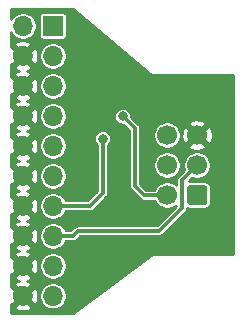
<source format=gbr>
%TF.GenerationSoftware,KiCad,Pcbnew,(5.1.10)-1*%
%TF.CreationDate,2023-09-26T12:08:48+02:00*%
%TF.ProjectId,arm_20-6pin_K24DI1MA,61726d5f-3230-42d3-9670-696e5f4b3234,rev?*%
%TF.SameCoordinates,Original*%
%TF.FileFunction,Copper,L1,Top*%
%TF.FilePolarity,Positive*%
%FSLAX46Y46*%
G04 Gerber Fmt 4.6, Leading zero omitted, Abs format (unit mm)*
G04 Created by KiCad (PCBNEW (5.1.10)-1) date 2023-09-26 12:08:48*
%MOMM*%
%LPD*%
G01*
G04 APERTURE LIST*
%TA.AperFunction,ComponentPad*%
%ADD10O,1.700000X1.700000*%
%TD*%
%TA.AperFunction,ComponentPad*%
%ADD11R,1.700000X1.700000*%
%TD*%
%TA.AperFunction,ComponentPad*%
%ADD12C,1.700000*%
%TD*%
%TA.AperFunction,ViaPad*%
%ADD13C,0.800000*%
%TD*%
%TA.AperFunction,Conductor*%
%ADD14C,0.300000*%
%TD*%
%TA.AperFunction,Conductor*%
%ADD15C,0.500000*%
%TD*%
%TA.AperFunction,Conductor*%
%ADD16C,0.250000*%
%TD*%
%TA.AperFunction,Conductor*%
%ADD17C,0.100000*%
%TD*%
G04 APERTURE END LIST*
%TO.P,J2,20*%
%TO.N,GND*%
%TA.AperFunction,ComponentPad*%
G36*
G01*
X141043959Y-84611041D02*
X141043959Y-84611041D01*
G75*
G02*
X141043959Y-83408959I601041J601041D01*
G01*
X141043959Y-83408959D01*
G75*
G02*
X142246041Y-83408959I601041J-601041D01*
G01*
X142246041Y-83408959D01*
G75*
G02*
X142246041Y-84611041I-601041J-601041D01*
G01*
X142246041Y-84611041D01*
G75*
G02*
X141043959Y-84611041I-601041J601041D01*
G01*
G37*
%TD.AperFunction*%
D10*
%TO.P,J2,19*%
%TO.N,Net-(J2-Pad19)*%
X144185000Y-84010000D03*
%TO.P,J2,18*%
%TO.N,GND*%
%TA.AperFunction,ComponentPad*%
G36*
G01*
X141043959Y-82071041D02*
X141043959Y-82071041D01*
G75*
G02*
X141043959Y-80868959I601041J601041D01*
G01*
X141043959Y-80868959D01*
G75*
G02*
X142246041Y-80868959I601041J-601041D01*
G01*
X142246041Y-80868959D01*
G75*
G02*
X142246041Y-82071041I-601041J-601041D01*
G01*
X142246041Y-82071041D01*
G75*
G02*
X141043959Y-82071041I-601041J601041D01*
G01*
G37*
%TD.AperFunction*%
%TO.P,J2,17*%
%TO.N,Net-(J2-Pad17)*%
X144185000Y-81470000D03*
%TO.P,J2,16*%
%TO.N,GND*%
%TA.AperFunction,ComponentPad*%
G36*
G01*
X141043959Y-79531041D02*
X141043959Y-79531041D01*
G75*
G02*
X141043959Y-78328959I601041J601041D01*
G01*
X141043959Y-78328959D01*
G75*
G02*
X142246041Y-78328959I601041J-601041D01*
G01*
X142246041Y-78328959D01*
G75*
G02*
X142246041Y-79531041I-601041J-601041D01*
G01*
X142246041Y-79531041D01*
G75*
G02*
X141043959Y-79531041I-601041J601041D01*
G01*
G37*
%TD.AperFunction*%
%TO.P,J2,15*%
%TO.N,/RESET*%
X144185000Y-78930000D03*
%TO.P,J2,14*%
%TO.N,GND*%
%TA.AperFunction,ComponentPad*%
G36*
G01*
X141043959Y-76991041D02*
X141043959Y-76991041D01*
G75*
G02*
X141043959Y-75788959I601041J601041D01*
G01*
X141043959Y-75788959D01*
G75*
G02*
X142246041Y-75788959I601041J-601041D01*
G01*
X142246041Y-75788959D01*
G75*
G02*
X142246041Y-76991041I-601041J-601041D01*
G01*
X142246041Y-76991041D01*
G75*
G02*
X141043959Y-76991041I-601041J601041D01*
G01*
G37*
%TD.AperFunction*%
%TO.P,J2,13*%
%TO.N,/SWO*%
X144185000Y-76390000D03*
%TO.P,J2,12*%
%TO.N,GND*%
%TA.AperFunction,ComponentPad*%
G36*
G01*
X141043959Y-74451041D02*
X141043959Y-74451041D01*
G75*
G02*
X141043959Y-73248959I601041J601041D01*
G01*
X141043959Y-73248959D01*
G75*
G02*
X142246041Y-73248959I601041J-601041D01*
G01*
X142246041Y-73248959D01*
G75*
G02*
X142246041Y-74451041I-601041J-601041D01*
G01*
X142246041Y-74451041D01*
G75*
G02*
X141043959Y-74451041I-601041J601041D01*
G01*
G37*
%TD.AperFunction*%
%TO.P,J2,11*%
%TO.N,Net-(J2-Pad11)*%
X144185000Y-73850000D03*
%TO.P,J2,10*%
%TO.N,GND*%
%TA.AperFunction,ComponentPad*%
G36*
G01*
X141043959Y-71911041D02*
X141043959Y-71911041D01*
G75*
G02*
X141043959Y-70708959I601041J601041D01*
G01*
X141043959Y-70708959D01*
G75*
G02*
X142246041Y-70708959I601041J-601041D01*
G01*
X142246041Y-70708959D01*
G75*
G02*
X142246041Y-71911041I-601041J-601041D01*
G01*
X142246041Y-71911041D01*
G75*
G02*
X141043959Y-71911041I-601041J601041D01*
G01*
G37*
%TD.AperFunction*%
%TO.P,J2,9*%
%TO.N,/SWCLK*%
X144185000Y-71310000D03*
%TO.P,J2,8*%
%TO.N,GND*%
%TA.AperFunction,ComponentPad*%
G36*
G01*
X141043959Y-69371041D02*
X141043959Y-69371041D01*
G75*
G02*
X141043959Y-68168959I601041J601041D01*
G01*
X141043959Y-68168959D01*
G75*
G02*
X142246041Y-68168959I601041J-601041D01*
G01*
X142246041Y-68168959D01*
G75*
G02*
X142246041Y-69371041I-601041J-601041D01*
G01*
X142246041Y-69371041D01*
G75*
G02*
X141043959Y-69371041I-601041J601041D01*
G01*
G37*
%TD.AperFunction*%
%TO.P,J2,7*%
%TO.N,/SWDIO*%
X144185000Y-68770000D03*
%TO.P,J2,6*%
%TO.N,GND*%
%TA.AperFunction,ComponentPad*%
G36*
G01*
X141043959Y-66831041D02*
X141043959Y-66831041D01*
G75*
G02*
X141043959Y-65628959I601041J601041D01*
G01*
X141043959Y-65628959D01*
G75*
G02*
X142246041Y-65628959I601041J-601041D01*
G01*
X142246041Y-65628959D01*
G75*
G02*
X142246041Y-66831041I-601041J-601041D01*
G01*
X142246041Y-66831041D01*
G75*
G02*
X141043959Y-66831041I-601041J601041D01*
G01*
G37*
%TD.AperFunction*%
%TO.P,J2,5*%
%TO.N,Net-(J2-Pad5)*%
X144185000Y-66230000D03*
%TO.P,J2,4*%
%TO.N,GND*%
%TA.AperFunction,ComponentPad*%
G36*
G01*
X141043959Y-64291041D02*
X141043959Y-64291041D01*
G75*
G02*
X141043959Y-63088959I601041J601041D01*
G01*
X141043959Y-63088959D01*
G75*
G02*
X142246041Y-63088959I601041J-601041D01*
G01*
X142246041Y-63088959D01*
G75*
G02*
X142246041Y-64291041I-601041J-601041D01*
G01*
X142246041Y-64291041D01*
G75*
G02*
X141043959Y-64291041I-601041J601041D01*
G01*
G37*
%TD.AperFunction*%
%TO.P,J2,3*%
%TO.N,Net-(J2-Pad3)*%
X144185000Y-63690000D03*
%TO.P,J2,2*%
%TO.N,Net-(J2-Pad2)*%
X141645000Y-61150000D03*
D11*
%TO.P,J2,1*%
%TO.N,/VTREF*%
X144185000Y-61150000D03*
%TD*%
D12*
%TO.P,J1,6*%
%TO.N,/SWO*%
X153860000Y-70400000D03*
%TO.P,J1,4*%
%TO.N,/SWCLK*%
X153860000Y-72940000D03*
%TO.P,J1,2*%
%TO.N,/SWDIO*%
X153860000Y-75480000D03*
%TO.P,J1,5*%
%TO.N,GND*%
X156400000Y-70400000D03*
%TO.P,J1,3*%
%TO.N,/RESET*%
X156400000Y-72940000D03*
%TO.P,J1,1*%
%TO.N,/VTREF*%
%TA.AperFunction,ComponentPad*%
G36*
G01*
X157250000Y-74880000D02*
X157250000Y-76080000D01*
G75*
G02*
X157000000Y-76330000I-250000J0D01*
G01*
X155800000Y-76330000D01*
G75*
G02*
X155550000Y-76080000I0J250000D01*
G01*
X155550000Y-74880000D01*
G75*
G02*
X155800000Y-74630000I250000J0D01*
G01*
X157000000Y-74630000D01*
G75*
G02*
X157250000Y-74880000I0J-250000D01*
G01*
G37*
%TD.AperFunction*%
%TD*%
D13*
%TO.N,/SWO*%
X148400000Y-70700000D03*
%TO.N,/SWDIO*%
X150100000Y-68800000D03*
%TO.N,GND*%
X147000000Y-65700000D03*
X147100000Y-70000000D03*
X149800000Y-71600000D03*
X146500000Y-73500000D03*
X148800000Y-79800000D03*
X156300000Y-79000000D03*
X146900000Y-82700000D03*
X152900000Y-66100000D03*
X149900000Y-76400000D03*
X152400000Y-77000000D03*
X158500000Y-66800000D03*
X146500000Y-77400000D03*
X149300000Y-67100000D03*
%TD*%
D14*
%TO.N,/SWO*%
X148400000Y-70700000D02*
X148400000Y-75300000D01*
X147310000Y-76390000D02*
X144185000Y-76390000D01*
X148400000Y-75300000D02*
X147310000Y-76390000D01*
%TO.N,/SWDIO*%
X153840000Y-75500000D02*
X153860000Y-75480000D01*
X151900000Y-75500000D02*
X153840000Y-75500000D01*
X151100000Y-74700000D02*
X151900000Y-75500000D01*
X151100000Y-69800000D02*
X151100000Y-74700000D01*
X150100000Y-68800000D02*
X151100000Y-69800000D01*
D15*
%TO.N,GND*%
X142835000Y-62500000D02*
X141645000Y-63690000D01*
X141645000Y-63690000D02*
X142855000Y-64900000D01*
X142855000Y-65020000D02*
X141645000Y-66230000D01*
X142855000Y-64900000D02*
X142855000Y-65020000D01*
X141645000Y-68770000D02*
X142975000Y-70100000D01*
X142855000Y-70100000D02*
X141645000Y-71310000D01*
X142975000Y-70100000D02*
X142855000Y-70100000D01*
X141645000Y-71310000D02*
X142935000Y-72600000D01*
X142895000Y-72600000D02*
X141645000Y-73850000D01*
X142935000Y-72600000D02*
X142895000Y-72600000D01*
X141645000Y-73850000D02*
X142995000Y-75200000D01*
X142835000Y-75200000D02*
X141645000Y-76390000D01*
X142995000Y-75200000D02*
X142835000Y-75200000D01*
X141645000Y-76390000D02*
X142955000Y-77700000D01*
X142875000Y-77700000D02*
X141645000Y-78930000D01*
X142955000Y-77700000D02*
X142875000Y-77700000D01*
X141645000Y-78930000D02*
X142815000Y-80100000D01*
X142815000Y-80300000D02*
X141645000Y-81470000D01*
X142815000Y-80100000D02*
X142815000Y-80300000D01*
X141645000Y-81470000D02*
X142875000Y-82700000D01*
X142855000Y-82800000D02*
X141645000Y-84010000D01*
X141645000Y-84010000D02*
X142735000Y-85100000D01*
X146900000Y-83265685D02*
X146900000Y-82700000D01*
X144855684Y-85310001D02*
X146900000Y-83265685D01*
X143560999Y-85310001D02*
X144855684Y-85310001D01*
X143350998Y-85100000D02*
X143560999Y-85310001D01*
X142735000Y-85100000D02*
X143350998Y-85100000D01*
X141645000Y-66230000D02*
X142915000Y-67500000D01*
X142915000Y-67500000D02*
X141645000Y-68770000D01*
D14*
%TO.N,/RESET*%
X146300000Y-78500000D02*
X145870000Y-78930000D01*
X155100000Y-76560001D02*
X153160001Y-78500000D01*
X145870000Y-78930000D02*
X144185000Y-78930000D01*
X155100000Y-74240000D02*
X155100000Y-76560001D01*
X153160001Y-78500000D02*
X146300000Y-78500000D01*
X156400000Y-72940000D02*
X155100000Y-74240000D01*
%TD*%
D16*
%TO.N,GND*%
X152450308Y-65247458D02*
X152451315Y-65248685D01*
X152476723Y-65269536D01*
X152488730Y-65279572D01*
X152490036Y-65280462D01*
X152504610Y-65292422D01*
X152518457Y-65299823D01*
X152531434Y-65308664D01*
X152548785Y-65316034D01*
X152565413Y-65324922D01*
X152580442Y-65329481D01*
X152594890Y-65335618D01*
X152613342Y-65339461D01*
X152631388Y-65344935D01*
X152647019Y-65346475D01*
X152662386Y-65349675D01*
X152681232Y-65349844D01*
X152682811Y-65350000D01*
X152698524Y-65350000D01*
X152731327Y-65350295D01*
X152732883Y-65350000D01*
X159450001Y-65350000D01*
X159450000Y-80450000D01*
X152758678Y-80450000D01*
X152732949Y-80448721D01*
X152707248Y-80452518D01*
X152681388Y-80455065D01*
X152673205Y-80457547D01*
X152664745Y-80458797D01*
X152640283Y-80467534D01*
X152615413Y-80475078D01*
X152607866Y-80479112D01*
X152599819Y-80481986D01*
X152577533Y-80495326D01*
X152554610Y-80507578D01*
X152534690Y-80523925D01*
X145884491Y-85450000D01*
X140600000Y-85450000D01*
X140600000Y-84949273D01*
X140888161Y-84949273D01*
X140974248Y-85152680D01*
X141067545Y-85202554D01*
X141311297Y-85292295D01*
X141567872Y-85332758D01*
X141827412Y-85322389D01*
X142079941Y-85261585D01*
X142315755Y-85152684D01*
X142402284Y-84949717D01*
X141645000Y-84192434D01*
X140888161Y-84949273D01*
X140600000Y-84949273D01*
X140600000Y-84722093D01*
X140705727Y-84766839D01*
X141462566Y-84010000D01*
X141827434Y-84010000D01*
X142584717Y-84767284D01*
X142787684Y-84680755D01*
X142896585Y-84444941D01*
X142957389Y-84192412D01*
X142967758Y-83932872D01*
X142961671Y-83894273D01*
X143010000Y-83894273D01*
X143010000Y-84125727D01*
X143055155Y-84352735D01*
X143143729Y-84566571D01*
X143272318Y-84759019D01*
X143435981Y-84922682D01*
X143628429Y-85051271D01*
X143842265Y-85139845D01*
X144069273Y-85185000D01*
X144300727Y-85185000D01*
X144527735Y-85139845D01*
X144741571Y-85051271D01*
X144934019Y-84922682D01*
X145097682Y-84759019D01*
X145226271Y-84566571D01*
X145314845Y-84352735D01*
X145360000Y-84125727D01*
X145360000Y-83894273D01*
X145314845Y-83667265D01*
X145226271Y-83453429D01*
X145097682Y-83260981D01*
X144934019Y-83097318D01*
X144741571Y-82968729D01*
X144527735Y-82880155D01*
X144300727Y-82835000D01*
X144069273Y-82835000D01*
X143842265Y-82880155D01*
X143628429Y-82968729D01*
X143435981Y-83097318D01*
X143272318Y-83260981D01*
X143143729Y-83453429D01*
X143055155Y-83667265D01*
X143010000Y-83894273D01*
X142961671Y-83894273D01*
X142927295Y-83676297D01*
X142837554Y-83432545D01*
X142787680Y-83339248D01*
X142584273Y-83253161D01*
X141827434Y-84010000D01*
X141462566Y-84010000D01*
X140705283Y-83252716D01*
X140600000Y-83297600D01*
X140600000Y-83070283D01*
X140887716Y-83070283D01*
X141645000Y-83827566D01*
X142401839Y-83070727D01*
X142315752Y-82867320D01*
X142222455Y-82817446D01*
X142008683Y-82738743D01*
X142079941Y-82721585D01*
X142315755Y-82612684D01*
X142402284Y-82409717D01*
X141645000Y-81652434D01*
X140888161Y-82409273D01*
X140974248Y-82612680D01*
X141067545Y-82662554D01*
X141281317Y-82741257D01*
X141210059Y-82758415D01*
X140974245Y-82867316D01*
X140887716Y-83070283D01*
X140600000Y-83070283D01*
X140600000Y-82182093D01*
X140705727Y-82226839D01*
X141462566Y-81470000D01*
X141827434Y-81470000D01*
X142584717Y-82227284D01*
X142787684Y-82140755D01*
X142896585Y-81904941D01*
X142957389Y-81652412D01*
X142967758Y-81392872D01*
X142961671Y-81354273D01*
X143010000Y-81354273D01*
X143010000Y-81585727D01*
X143055155Y-81812735D01*
X143143729Y-82026571D01*
X143272318Y-82219019D01*
X143435981Y-82382682D01*
X143628429Y-82511271D01*
X143842265Y-82599845D01*
X144069273Y-82645000D01*
X144300727Y-82645000D01*
X144527735Y-82599845D01*
X144741571Y-82511271D01*
X144934019Y-82382682D01*
X145097682Y-82219019D01*
X145226271Y-82026571D01*
X145314845Y-81812735D01*
X145360000Y-81585727D01*
X145360000Y-81354273D01*
X145314845Y-81127265D01*
X145226271Y-80913429D01*
X145097682Y-80720981D01*
X144934019Y-80557318D01*
X144741571Y-80428729D01*
X144527735Y-80340155D01*
X144300727Y-80295000D01*
X144069273Y-80295000D01*
X143842265Y-80340155D01*
X143628429Y-80428729D01*
X143435981Y-80557318D01*
X143272318Y-80720981D01*
X143143729Y-80913429D01*
X143055155Y-81127265D01*
X143010000Y-81354273D01*
X142961671Y-81354273D01*
X142927295Y-81136297D01*
X142837554Y-80892545D01*
X142787680Y-80799248D01*
X142584273Y-80713161D01*
X141827434Y-81470000D01*
X141462566Y-81470000D01*
X140705283Y-80712716D01*
X140600000Y-80757600D01*
X140600000Y-80530283D01*
X140887716Y-80530283D01*
X141645000Y-81287566D01*
X142401839Y-80530727D01*
X142315752Y-80327320D01*
X142222455Y-80277446D01*
X142008683Y-80198743D01*
X142079941Y-80181585D01*
X142315755Y-80072684D01*
X142402284Y-79869717D01*
X141645000Y-79112434D01*
X140888161Y-79869273D01*
X140974248Y-80072680D01*
X141067545Y-80122554D01*
X141281317Y-80201257D01*
X141210059Y-80218415D01*
X140974245Y-80327316D01*
X140887716Y-80530283D01*
X140600000Y-80530283D01*
X140600000Y-79642093D01*
X140705727Y-79686839D01*
X141462566Y-78930000D01*
X141827434Y-78930000D01*
X142584717Y-79687284D01*
X142787684Y-79600755D01*
X142896585Y-79364941D01*
X142957389Y-79112412D01*
X142967758Y-78852872D01*
X142961671Y-78814273D01*
X143010000Y-78814273D01*
X143010000Y-79045727D01*
X143055155Y-79272735D01*
X143143729Y-79486571D01*
X143272318Y-79679019D01*
X143435981Y-79842682D01*
X143628429Y-79971271D01*
X143842265Y-80059845D01*
X144069273Y-80105000D01*
X144300727Y-80105000D01*
X144527735Y-80059845D01*
X144741571Y-79971271D01*
X144934019Y-79842682D01*
X145097682Y-79679019D01*
X145226271Y-79486571D01*
X145260059Y-79405000D01*
X145846668Y-79405000D01*
X145870000Y-79407298D01*
X145893332Y-79405000D01*
X145963116Y-79398127D01*
X146052654Y-79370966D01*
X146135173Y-79326859D01*
X146207501Y-79267501D01*
X146222383Y-79249367D01*
X146496751Y-78975000D01*
X153136669Y-78975000D01*
X153160001Y-78977298D01*
X153183333Y-78975000D01*
X153253117Y-78968127D01*
X153342655Y-78940966D01*
X153425174Y-78896859D01*
X153497502Y-78837501D01*
X153512385Y-78819366D01*
X155419377Y-76912376D01*
X155437501Y-76897502D01*
X155496859Y-76825174D01*
X155525602Y-76771399D01*
X155540966Y-76742656D01*
X155568127Y-76653117D01*
X155572472Y-76609004D01*
X155579355Y-76612683D01*
X155687516Y-76645493D01*
X155800000Y-76656572D01*
X157000000Y-76656572D01*
X157112484Y-76645493D01*
X157220645Y-76612683D01*
X157320326Y-76559402D01*
X157407698Y-76487698D01*
X157479402Y-76400326D01*
X157532683Y-76300645D01*
X157565493Y-76192484D01*
X157576572Y-76080000D01*
X157576572Y-74880000D01*
X157565493Y-74767516D01*
X157532683Y-74659355D01*
X157479402Y-74559674D01*
X157407698Y-74472302D01*
X157320326Y-74400598D01*
X157220645Y-74347317D01*
X157112484Y-74314507D01*
X157000000Y-74303428D01*
X155800000Y-74303428D01*
X155698306Y-74313444D01*
X155975694Y-74036057D01*
X156057265Y-74069845D01*
X156284273Y-74115000D01*
X156515727Y-74115000D01*
X156742735Y-74069845D01*
X156956571Y-73981271D01*
X157149019Y-73852682D01*
X157312682Y-73689019D01*
X157441271Y-73496571D01*
X157529845Y-73282735D01*
X157575000Y-73055727D01*
X157575000Y-72824273D01*
X157529845Y-72597265D01*
X157441271Y-72383429D01*
X157312682Y-72190981D01*
X157149019Y-72027318D01*
X156956571Y-71898729D01*
X156742735Y-71810155D01*
X156515727Y-71765000D01*
X156284273Y-71765000D01*
X156057265Y-71810155D01*
X155843429Y-71898729D01*
X155650981Y-72027318D01*
X155487318Y-72190981D01*
X155358729Y-72383429D01*
X155270155Y-72597265D01*
X155225000Y-72824273D01*
X155225000Y-73055727D01*
X155270155Y-73282735D01*
X155303943Y-73364306D01*
X154780634Y-73887616D01*
X154762499Y-73902499D01*
X154703141Y-73974827D01*
X154659034Y-74057347D01*
X154655243Y-74069845D01*
X154631873Y-74146884D01*
X154622702Y-74240000D01*
X154625000Y-74263333D01*
X154625000Y-74583299D01*
X154609019Y-74567318D01*
X154416571Y-74438729D01*
X154202735Y-74350155D01*
X153975727Y-74305000D01*
X153744273Y-74305000D01*
X153517265Y-74350155D01*
X153303429Y-74438729D01*
X153110981Y-74567318D01*
X152947318Y-74730981D01*
X152818729Y-74923429D01*
X152776657Y-75025000D01*
X152096752Y-75025000D01*
X151575000Y-74503250D01*
X151575000Y-72824273D01*
X152685000Y-72824273D01*
X152685000Y-73055727D01*
X152730155Y-73282735D01*
X152818729Y-73496571D01*
X152947318Y-73689019D01*
X153110981Y-73852682D01*
X153303429Y-73981271D01*
X153517265Y-74069845D01*
X153744273Y-74115000D01*
X153975727Y-74115000D01*
X154202735Y-74069845D01*
X154416571Y-73981271D01*
X154609019Y-73852682D01*
X154772682Y-73689019D01*
X154901271Y-73496571D01*
X154989845Y-73282735D01*
X155035000Y-73055727D01*
X155035000Y-72824273D01*
X154989845Y-72597265D01*
X154901271Y-72383429D01*
X154772682Y-72190981D01*
X154609019Y-72027318D01*
X154416571Y-71898729D01*
X154202735Y-71810155D01*
X153975727Y-71765000D01*
X153744273Y-71765000D01*
X153517265Y-71810155D01*
X153303429Y-71898729D01*
X153110981Y-72027318D01*
X152947318Y-72190981D01*
X152818729Y-72383429D01*
X152730155Y-72597265D01*
X152685000Y-72824273D01*
X151575000Y-72824273D01*
X151575000Y-70284273D01*
X152685000Y-70284273D01*
X152685000Y-70515727D01*
X152730155Y-70742735D01*
X152818729Y-70956571D01*
X152947318Y-71149019D01*
X153110981Y-71312682D01*
X153303429Y-71441271D01*
X153517265Y-71529845D01*
X153744273Y-71575000D01*
X153975727Y-71575000D01*
X154202735Y-71529845D01*
X154416571Y-71441271D01*
X154562399Y-71343832D01*
X155638602Y-71343832D01*
X155725461Y-71547890D01*
X155962365Y-71657430D01*
X156216086Y-71718647D01*
X156476875Y-71729189D01*
X156734709Y-71688651D01*
X156979681Y-71598592D01*
X157074539Y-71547890D01*
X157161398Y-71343832D01*
X156400000Y-70582434D01*
X155638602Y-71343832D01*
X154562399Y-71343832D01*
X154609019Y-71312682D01*
X154772682Y-71149019D01*
X154901271Y-70956571D01*
X154989845Y-70742735D01*
X155035000Y-70515727D01*
X155035000Y-70476875D01*
X155070811Y-70476875D01*
X155111349Y-70734709D01*
X155201408Y-70979681D01*
X155252110Y-71074539D01*
X155456168Y-71161398D01*
X156217566Y-70400000D01*
X156582434Y-70400000D01*
X157343832Y-71161398D01*
X157547890Y-71074539D01*
X157657430Y-70837635D01*
X157718647Y-70583914D01*
X157729189Y-70323125D01*
X157688651Y-70065291D01*
X157598592Y-69820319D01*
X157547890Y-69725461D01*
X157343832Y-69638602D01*
X156582434Y-70400000D01*
X156217566Y-70400000D01*
X155456168Y-69638602D01*
X155252110Y-69725461D01*
X155142570Y-69962365D01*
X155081353Y-70216086D01*
X155070811Y-70476875D01*
X155035000Y-70476875D01*
X155035000Y-70284273D01*
X154989845Y-70057265D01*
X154901271Y-69843429D01*
X154772682Y-69650981D01*
X154609019Y-69487318D01*
X154562400Y-69456168D01*
X155638602Y-69456168D01*
X156400000Y-70217566D01*
X157161398Y-69456168D01*
X157074539Y-69252110D01*
X156837635Y-69142570D01*
X156583914Y-69081353D01*
X156323125Y-69070811D01*
X156065291Y-69111349D01*
X155820319Y-69201408D01*
X155725461Y-69252110D01*
X155638602Y-69456168D01*
X154562400Y-69456168D01*
X154416571Y-69358729D01*
X154202735Y-69270155D01*
X153975727Y-69225000D01*
X153744273Y-69225000D01*
X153517265Y-69270155D01*
X153303429Y-69358729D01*
X153110981Y-69487318D01*
X152947318Y-69650981D01*
X152818729Y-69843429D01*
X152730155Y-70057265D01*
X152685000Y-70284273D01*
X151575000Y-70284273D01*
X151575000Y-69823332D01*
X151577298Y-69800000D01*
X151568127Y-69706884D01*
X151540966Y-69617346D01*
X151496859Y-69534827D01*
X151452374Y-69480622D01*
X151437501Y-69462499D01*
X151419377Y-69447625D01*
X150825000Y-68853249D01*
X150825000Y-68728594D01*
X150797139Y-68588525D01*
X150742487Y-68456584D01*
X150663144Y-68337839D01*
X150562161Y-68236856D01*
X150443416Y-68157513D01*
X150311475Y-68102861D01*
X150171406Y-68075000D01*
X150028594Y-68075000D01*
X149888525Y-68102861D01*
X149756584Y-68157513D01*
X149637839Y-68236856D01*
X149536856Y-68337839D01*
X149457513Y-68456584D01*
X149402861Y-68588525D01*
X149375000Y-68728594D01*
X149375000Y-68871406D01*
X149402861Y-69011475D01*
X149457513Y-69143416D01*
X149536856Y-69262161D01*
X149637839Y-69363144D01*
X149756584Y-69442487D01*
X149888525Y-69497139D01*
X150028594Y-69525000D01*
X150153249Y-69525000D01*
X150625000Y-69996752D01*
X150625001Y-74676658D01*
X150622702Y-74700000D01*
X150631873Y-74793116D01*
X150651870Y-74859034D01*
X150659035Y-74882654D01*
X150703142Y-74965173D01*
X150762500Y-75037501D01*
X150780629Y-75052379D01*
X151547625Y-75819377D01*
X151562499Y-75837501D01*
X151634827Y-75896859D01*
X151668767Y-75915000D01*
X151717345Y-75940966D01*
X151806884Y-75968127D01*
X151900000Y-75977298D01*
X151923332Y-75975000D01*
X152793225Y-75975000D01*
X152818729Y-76036571D01*
X152947318Y-76229019D01*
X153110981Y-76392682D01*
X153303429Y-76521271D01*
X153517265Y-76609845D01*
X153744273Y-76655000D01*
X153975727Y-76655000D01*
X154202735Y-76609845D01*
X154416571Y-76521271D01*
X154568480Y-76419769D01*
X152963251Y-78025000D01*
X146323332Y-78025000D01*
X146300000Y-78022702D01*
X146206884Y-78031873D01*
X146117345Y-78059034D01*
X146088602Y-78074398D01*
X146034827Y-78103141D01*
X145962499Y-78162499D01*
X145947625Y-78180623D01*
X145673249Y-78455000D01*
X145260059Y-78455000D01*
X145226271Y-78373429D01*
X145097682Y-78180981D01*
X144934019Y-78017318D01*
X144741571Y-77888729D01*
X144527735Y-77800155D01*
X144300727Y-77755000D01*
X144069273Y-77755000D01*
X143842265Y-77800155D01*
X143628429Y-77888729D01*
X143435981Y-78017318D01*
X143272318Y-78180981D01*
X143143729Y-78373429D01*
X143055155Y-78587265D01*
X143010000Y-78814273D01*
X142961671Y-78814273D01*
X142927295Y-78596297D01*
X142837554Y-78352545D01*
X142787680Y-78259248D01*
X142584273Y-78173161D01*
X141827434Y-78930000D01*
X141462566Y-78930000D01*
X140705283Y-78172716D01*
X140600000Y-78217600D01*
X140600000Y-77990283D01*
X140887716Y-77990283D01*
X141645000Y-78747566D01*
X142401839Y-77990727D01*
X142315752Y-77787320D01*
X142222455Y-77737446D01*
X142008683Y-77658743D01*
X142079941Y-77641585D01*
X142315755Y-77532684D01*
X142402284Y-77329717D01*
X141645000Y-76572434D01*
X140888161Y-77329273D01*
X140974248Y-77532680D01*
X141067545Y-77582554D01*
X141281317Y-77661257D01*
X141210059Y-77678415D01*
X140974245Y-77787316D01*
X140887716Y-77990283D01*
X140600000Y-77990283D01*
X140600000Y-77102093D01*
X140705727Y-77146839D01*
X141462566Y-76390000D01*
X141827434Y-76390000D01*
X142584717Y-77147284D01*
X142787684Y-77060755D01*
X142896585Y-76824941D01*
X142957389Y-76572412D01*
X142967758Y-76312872D01*
X142961671Y-76274273D01*
X143010000Y-76274273D01*
X143010000Y-76505727D01*
X143055155Y-76732735D01*
X143143729Y-76946571D01*
X143272318Y-77139019D01*
X143435981Y-77302682D01*
X143628429Y-77431271D01*
X143842265Y-77519845D01*
X144069273Y-77565000D01*
X144300727Y-77565000D01*
X144527735Y-77519845D01*
X144741571Y-77431271D01*
X144934019Y-77302682D01*
X145097682Y-77139019D01*
X145226271Y-76946571D01*
X145260059Y-76865000D01*
X147286668Y-76865000D01*
X147310000Y-76867298D01*
X147333332Y-76865000D01*
X147403116Y-76858127D01*
X147492654Y-76830966D01*
X147575173Y-76786859D01*
X147647501Y-76727501D01*
X147662384Y-76709366D01*
X148719377Y-75652375D01*
X148737501Y-75637501D01*
X148796859Y-75565173D01*
X148825602Y-75511398D01*
X148840966Y-75482655D01*
X148868127Y-75393116D01*
X148877298Y-75300000D01*
X148875000Y-75276668D01*
X148875000Y-71250305D01*
X148963144Y-71162161D01*
X149042487Y-71043416D01*
X149097139Y-70911475D01*
X149125000Y-70771406D01*
X149125000Y-70628594D01*
X149097139Y-70488525D01*
X149042487Y-70356584D01*
X148963144Y-70237839D01*
X148862161Y-70136856D01*
X148743416Y-70057513D01*
X148611475Y-70002861D01*
X148471406Y-69975000D01*
X148328594Y-69975000D01*
X148188525Y-70002861D01*
X148056584Y-70057513D01*
X147937839Y-70136856D01*
X147836856Y-70237839D01*
X147757513Y-70356584D01*
X147702861Y-70488525D01*
X147675000Y-70628594D01*
X147675000Y-70771406D01*
X147702861Y-70911475D01*
X147757513Y-71043416D01*
X147836856Y-71162161D01*
X147925000Y-71250305D01*
X147925001Y-75103247D01*
X147113250Y-75915000D01*
X145260059Y-75915000D01*
X145226271Y-75833429D01*
X145097682Y-75640981D01*
X144934019Y-75477318D01*
X144741571Y-75348729D01*
X144527735Y-75260155D01*
X144300727Y-75215000D01*
X144069273Y-75215000D01*
X143842265Y-75260155D01*
X143628429Y-75348729D01*
X143435981Y-75477318D01*
X143272318Y-75640981D01*
X143143729Y-75833429D01*
X143055155Y-76047265D01*
X143010000Y-76274273D01*
X142961671Y-76274273D01*
X142927295Y-76056297D01*
X142837554Y-75812545D01*
X142787680Y-75719248D01*
X142584273Y-75633161D01*
X141827434Y-76390000D01*
X141462566Y-76390000D01*
X140705283Y-75632716D01*
X140600000Y-75677600D01*
X140600000Y-75450283D01*
X140887716Y-75450283D01*
X141645000Y-76207566D01*
X142401839Y-75450727D01*
X142315752Y-75247320D01*
X142222455Y-75197446D01*
X142008683Y-75118743D01*
X142079941Y-75101585D01*
X142315755Y-74992684D01*
X142402284Y-74789717D01*
X141645000Y-74032434D01*
X140888161Y-74789273D01*
X140974248Y-74992680D01*
X141067545Y-75042554D01*
X141281317Y-75121257D01*
X141210059Y-75138415D01*
X140974245Y-75247316D01*
X140887716Y-75450283D01*
X140600000Y-75450283D01*
X140600000Y-74562093D01*
X140705727Y-74606839D01*
X141462566Y-73850000D01*
X141827434Y-73850000D01*
X142584717Y-74607284D01*
X142787684Y-74520755D01*
X142896585Y-74284941D01*
X142957389Y-74032412D01*
X142967758Y-73772872D01*
X142961671Y-73734273D01*
X143010000Y-73734273D01*
X143010000Y-73965727D01*
X143055155Y-74192735D01*
X143143729Y-74406571D01*
X143272318Y-74599019D01*
X143435981Y-74762682D01*
X143628429Y-74891271D01*
X143842265Y-74979845D01*
X144069273Y-75025000D01*
X144300727Y-75025000D01*
X144527735Y-74979845D01*
X144741571Y-74891271D01*
X144934019Y-74762682D01*
X145097682Y-74599019D01*
X145226271Y-74406571D01*
X145314845Y-74192735D01*
X145360000Y-73965727D01*
X145360000Y-73734273D01*
X145314845Y-73507265D01*
X145226271Y-73293429D01*
X145097682Y-73100981D01*
X144934019Y-72937318D01*
X144741571Y-72808729D01*
X144527735Y-72720155D01*
X144300727Y-72675000D01*
X144069273Y-72675000D01*
X143842265Y-72720155D01*
X143628429Y-72808729D01*
X143435981Y-72937318D01*
X143272318Y-73100981D01*
X143143729Y-73293429D01*
X143055155Y-73507265D01*
X143010000Y-73734273D01*
X142961671Y-73734273D01*
X142927295Y-73516297D01*
X142837554Y-73272545D01*
X142787680Y-73179248D01*
X142584273Y-73093161D01*
X141827434Y-73850000D01*
X141462566Y-73850000D01*
X140705283Y-73092716D01*
X140600000Y-73137600D01*
X140600000Y-72910283D01*
X140887716Y-72910283D01*
X141645000Y-73667566D01*
X142401839Y-72910727D01*
X142315752Y-72707320D01*
X142222455Y-72657446D01*
X142008683Y-72578743D01*
X142079941Y-72561585D01*
X142315755Y-72452684D01*
X142402284Y-72249717D01*
X141645000Y-71492434D01*
X140888161Y-72249273D01*
X140974248Y-72452680D01*
X141067545Y-72502554D01*
X141281317Y-72581257D01*
X141210059Y-72598415D01*
X140974245Y-72707316D01*
X140887716Y-72910283D01*
X140600000Y-72910283D01*
X140600000Y-72022093D01*
X140705727Y-72066839D01*
X141462566Y-71310000D01*
X141827434Y-71310000D01*
X142584717Y-72067284D01*
X142787684Y-71980755D01*
X142896585Y-71744941D01*
X142957389Y-71492412D01*
X142967758Y-71232872D01*
X142961671Y-71194273D01*
X143010000Y-71194273D01*
X143010000Y-71425727D01*
X143055155Y-71652735D01*
X143143729Y-71866571D01*
X143272318Y-72059019D01*
X143435981Y-72222682D01*
X143628429Y-72351271D01*
X143842265Y-72439845D01*
X144069273Y-72485000D01*
X144300727Y-72485000D01*
X144527735Y-72439845D01*
X144741571Y-72351271D01*
X144934019Y-72222682D01*
X145097682Y-72059019D01*
X145226271Y-71866571D01*
X145314845Y-71652735D01*
X145360000Y-71425727D01*
X145360000Y-71194273D01*
X145314845Y-70967265D01*
X145226271Y-70753429D01*
X145097682Y-70560981D01*
X144934019Y-70397318D01*
X144741571Y-70268729D01*
X144527735Y-70180155D01*
X144300727Y-70135000D01*
X144069273Y-70135000D01*
X143842265Y-70180155D01*
X143628429Y-70268729D01*
X143435981Y-70397318D01*
X143272318Y-70560981D01*
X143143729Y-70753429D01*
X143055155Y-70967265D01*
X143010000Y-71194273D01*
X142961671Y-71194273D01*
X142927295Y-70976297D01*
X142837554Y-70732545D01*
X142787680Y-70639248D01*
X142584273Y-70553161D01*
X141827434Y-71310000D01*
X141462566Y-71310000D01*
X140705283Y-70552716D01*
X140600000Y-70597600D01*
X140600000Y-70370283D01*
X140887716Y-70370283D01*
X141645000Y-71127566D01*
X142401839Y-70370727D01*
X142315752Y-70167320D01*
X142222455Y-70117446D01*
X142008683Y-70038743D01*
X142079941Y-70021585D01*
X142315755Y-69912684D01*
X142402284Y-69709717D01*
X141645000Y-68952434D01*
X140888161Y-69709273D01*
X140974248Y-69912680D01*
X141067545Y-69962554D01*
X141281317Y-70041257D01*
X141210059Y-70058415D01*
X140974245Y-70167316D01*
X140887716Y-70370283D01*
X140600000Y-70370283D01*
X140600000Y-69482093D01*
X140705727Y-69526839D01*
X141462566Y-68770000D01*
X141827434Y-68770000D01*
X142584717Y-69527284D01*
X142787684Y-69440755D01*
X142896585Y-69204941D01*
X142957389Y-68952412D01*
X142967758Y-68692872D01*
X142961671Y-68654273D01*
X143010000Y-68654273D01*
X143010000Y-68885727D01*
X143055155Y-69112735D01*
X143143729Y-69326571D01*
X143272318Y-69519019D01*
X143435981Y-69682682D01*
X143628429Y-69811271D01*
X143842265Y-69899845D01*
X144069273Y-69945000D01*
X144300727Y-69945000D01*
X144527735Y-69899845D01*
X144741571Y-69811271D01*
X144934019Y-69682682D01*
X145097682Y-69519019D01*
X145226271Y-69326571D01*
X145314845Y-69112735D01*
X145360000Y-68885727D01*
X145360000Y-68654273D01*
X145314845Y-68427265D01*
X145226271Y-68213429D01*
X145097682Y-68020981D01*
X144934019Y-67857318D01*
X144741571Y-67728729D01*
X144527735Y-67640155D01*
X144300727Y-67595000D01*
X144069273Y-67595000D01*
X143842265Y-67640155D01*
X143628429Y-67728729D01*
X143435981Y-67857318D01*
X143272318Y-68020981D01*
X143143729Y-68213429D01*
X143055155Y-68427265D01*
X143010000Y-68654273D01*
X142961671Y-68654273D01*
X142927295Y-68436297D01*
X142837554Y-68192545D01*
X142787680Y-68099248D01*
X142584273Y-68013161D01*
X141827434Y-68770000D01*
X141462566Y-68770000D01*
X140705283Y-68012716D01*
X140600000Y-68057600D01*
X140600000Y-67830283D01*
X140887716Y-67830283D01*
X141645000Y-68587566D01*
X142401839Y-67830727D01*
X142315752Y-67627320D01*
X142222455Y-67577446D01*
X142008683Y-67498743D01*
X142079941Y-67481585D01*
X142315755Y-67372684D01*
X142402284Y-67169717D01*
X141645000Y-66412434D01*
X140888161Y-67169273D01*
X140974248Y-67372680D01*
X141067545Y-67422554D01*
X141281317Y-67501257D01*
X141210059Y-67518415D01*
X140974245Y-67627316D01*
X140887716Y-67830283D01*
X140600000Y-67830283D01*
X140600000Y-66942093D01*
X140705727Y-66986839D01*
X141462566Y-66230000D01*
X141827434Y-66230000D01*
X142584717Y-66987284D01*
X142787684Y-66900755D01*
X142896585Y-66664941D01*
X142957389Y-66412412D01*
X142967758Y-66152872D01*
X142961671Y-66114273D01*
X143010000Y-66114273D01*
X143010000Y-66345727D01*
X143055155Y-66572735D01*
X143143729Y-66786571D01*
X143272318Y-66979019D01*
X143435981Y-67142682D01*
X143628429Y-67271271D01*
X143842265Y-67359845D01*
X144069273Y-67405000D01*
X144300727Y-67405000D01*
X144527735Y-67359845D01*
X144741571Y-67271271D01*
X144934019Y-67142682D01*
X145097682Y-66979019D01*
X145226271Y-66786571D01*
X145314845Y-66572735D01*
X145360000Y-66345727D01*
X145360000Y-66114273D01*
X145314845Y-65887265D01*
X145226271Y-65673429D01*
X145097682Y-65480981D01*
X144934019Y-65317318D01*
X144741571Y-65188729D01*
X144527735Y-65100155D01*
X144300727Y-65055000D01*
X144069273Y-65055000D01*
X143842265Y-65100155D01*
X143628429Y-65188729D01*
X143435981Y-65317318D01*
X143272318Y-65480981D01*
X143143729Y-65673429D01*
X143055155Y-65887265D01*
X143010000Y-66114273D01*
X142961671Y-66114273D01*
X142927295Y-65896297D01*
X142837554Y-65652545D01*
X142787680Y-65559248D01*
X142584273Y-65473161D01*
X141827434Y-66230000D01*
X141462566Y-66230000D01*
X140705283Y-65472716D01*
X140600000Y-65517600D01*
X140600000Y-65290283D01*
X140887716Y-65290283D01*
X141645000Y-66047566D01*
X142401839Y-65290727D01*
X142315752Y-65087320D01*
X142222455Y-65037446D01*
X142008683Y-64958743D01*
X142079941Y-64941585D01*
X142315755Y-64832684D01*
X142402284Y-64629717D01*
X141645000Y-63872434D01*
X140888161Y-64629273D01*
X140974248Y-64832680D01*
X141067545Y-64882554D01*
X141281317Y-64961257D01*
X141210059Y-64978415D01*
X140974245Y-65087316D01*
X140887716Y-65290283D01*
X140600000Y-65290283D01*
X140600000Y-64402093D01*
X140705727Y-64446839D01*
X141462566Y-63690000D01*
X141827434Y-63690000D01*
X142584717Y-64447284D01*
X142787684Y-64360755D01*
X142896585Y-64124941D01*
X142957389Y-63872412D01*
X142967758Y-63612872D01*
X142961671Y-63574273D01*
X143010000Y-63574273D01*
X143010000Y-63805727D01*
X143055155Y-64032735D01*
X143143729Y-64246571D01*
X143272318Y-64439019D01*
X143435981Y-64602682D01*
X143628429Y-64731271D01*
X143842265Y-64819845D01*
X144069273Y-64865000D01*
X144300727Y-64865000D01*
X144527735Y-64819845D01*
X144741571Y-64731271D01*
X144934019Y-64602682D01*
X145097682Y-64439019D01*
X145226271Y-64246571D01*
X145314845Y-64032735D01*
X145360000Y-63805727D01*
X145360000Y-63574273D01*
X145314845Y-63347265D01*
X145226271Y-63133429D01*
X145097682Y-62940981D01*
X144934019Y-62777318D01*
X144741571Y-62648729D01*
X144527735Y-62560155D01*
X144300727Y-62515000D01*
X144069273Y-62515000D01*
X143842265Y-62560155D01*
X143628429Y-62648729D01*
X143435981Y-62777318D01*
X143272318Y-62940981D01*
X143143729Y-63133429D01*
X143055155Y-63347265D01*
X143010000Y-63574273D01*
X142961671Y-63574273D01*
X142927295Y-63356297D01*
X142837554Y-63112545D01*
X142787680Y-63019248D01*
X142584273Y-62933161D01*
X141827434Y-63690000D01*
X141462566Y-63690000D01*
X140705283Y-62932716D01*
X140600000Y-62977600D01*
X140600000Y-62750283D01*
X140887716Y-62750283D01*
X141645000Y-63507566D01*
X142401839Y-62750727D01*
X142315752Y-62547320D01*
X142222455Y-62497446D01*
X141978703Y-62407705D01*
X141722128Y-62367242D01*
X141462588Y-62377611D01*
X141210059Y-62438415D01*
X140974245Y-62547316D01*
X140887716Y-62750283D01*
X140600000Y-62750283D01*
X140600000Y-61697568D01*
X140603729Y-61706571D01*
X140732318Y-61899019D01*
X140895981Y-62062682D01*
X141088429Y-62191271D01*
X141302265Y-62279845D01*
X141529273Y-62325000D01*
X141760727Y-62325000D01*
X141987735Y-62279845D01*
X142201571Y-62191271D01*
X142394019Y-62062682D01*
X142557682Y-61899019D01*
X142686271Y-61706571D01*
X142774845Y-61492735D01*
X142820000Y-61265727D01*
X142820000Y-61034273D01*
X142774845Y-60807265D01*
X142686271Y-60593429D01*
X142557682Y-60400981D01*
X142456701Y-60300000D01*
X143008428Y-60300000D01*
X143008428Y-62000000D01*
X143014703Y-62063711D01*
X143033287Y-62124974D01*
X143063465Y-62181434D01*
X143104079Y-62230921D01*
X143153566Y-62271535D01*
X143210026Y-62301713D01*
X143271289Y-62320297D01*
X143335000Y-62326572D01*
X145035000Y-62326572D01*
X145098711Y-62320297D01*
X145159974Y-62301713D01*
X145216434Y-62271535D01*
X145265921Y-62230921D01*
X145306535Y-62181434D01*
X145336713Y-62124974D01*
X145355297Y-62063711D01*
X145361572Y-62000000D01*
X145361572Y-60300000D01*
X145355297Y-60236289D01*
X145336713Y-60175026D01*
X145306535Y-60118566D01*
X145265921Y-60069079D01*
X145216434Y-60028465D01*
X145159974Y-59998287D01*
X145098711Y-59979703D01*
X145035000Y-59973428D01*
X143335000Y-59973428D01*
X143271289Y-59979703D01*
X143210026Y-59998287D01*
X143153566Y-60028465D01*
X143104079Y-60069079D01*
X143063465Y-60118566D01*
X143033287Y-60175026D01*
X143014703Y-60236289D01*
X143008428Y-60300000D01*
X142456701Y-60300000D01*
X142394019Y-60237318D01*
X142201571Y-60108729D01*
X141987735Y-60020155D01*
X141760727Y-59975000D01*
X141529273Y-59975000D01*
X141302265Y-60020155D01*
X141088429Y-60108729D01*
X140895981Y-60237318D01*
X140732318Y-60400981D01*
X140603729Y-60593429D01*
X140600000Y-60602432D01*
X140600000Y-59750000D01*
X145872993Y-59750000D01*
X152450308Y-65247458D01*
%TA.AperFunction,Conductor*%
D17*
G36*
X152450308Y-65247458D02*
G01*
X152451315Y-65248685D01*
X152476723Y-65269536D01*
X152488730Y-65279572D01*
X152490036Y-65280462D01*
X152504610Y-65292422D01*
X152518457Y-65299823D01*
X152531434Y-65308664D01*
X152548785Y-65316034D01*
X152565413Y-65324922D01*
X152580442Y-65329481D01*
X152594890Y-65335618D01*
X152613342Y-65339461D01*
X152631388Y-65344935D01*
X152647019Y-65346475D01*
X152662386Y-65349675D01*
X152681232Y-65349844D01*
X152682811Y-65350000D01*
X152698524Y-65350000D01*
X152731327Y-65350295D01*
X152732883Y-65350000D01*
X159450001Y-65350000D01*
X159450000Y-80450000D01*
X152758678Y-80450000D01*
X152732949Y-80448721D01*
X152707248Y-80452518D01*
X152681388Y-80455065D01*
X152673205Y-80457547D01*
X152664745Y-80458797D01*
X152640283Y-80467534D01*
X152615413Y-80475078D01*
X152607866Y-80479112D01*
X152599819Y-80481986D01*
X152577533Y-80495326D01*
X152554610Y-80507578D01*
X152534690Y-80523925D01*
X145884491Y-85450000D01*
X140600000Y-85450000D01*
X140600000Y-84949273D01*
X140888161Y-84949273D01*
X140974248Y-85152680D01*
X141067545Y-85202554D01*
X141311297Y-85292295D01*
X141567872Y-85332758D01*
X141827412Y-85322389D01*
X142079941Y-85261585D01*
X142315755Y-85152684D01*
X142402284Y-84949717D01*
X141645000Y-84192434D01*
X140888161Y-84949273D01*
X140600000Y-84949273D01*
X140600000Y-84722093D01*
X140705727Y-84766839D01*
X141462566Y-84010000D01*
X141827434Y-84010000D01*
X142584717Y-84767284D01*
X142787684Y-84680755D01*
X142896585Y-84444941D01*
X142957389Y-84192412D01*
X142967758Y-83932872D01*
X142961671Y-83894273D01*
X143010000Y-83894273D01*
X143010000Y-84125727D01*
X143055155Y-84352735D01*
X143143729Y-84566571D01*
X143272318Y-84759019D01*
X143435981Y-84922682D01*
X143628429Y-85051271D01*
X143842265Y-85139845D01*
X144069273Y-85185000D01*
X144300727Y-85185000D01*
X144527735Y-85139845D01*
X144741571Y-85051271D01*
X144934019Y-84922682D01*
X145097682Y-84759019D01*
X145226271Y-84566571D01*
X145314845Y-84352735D01*
X145360000Y-84125727D01*
X145360000Y-83894273D01*
X145314845Y-83667265D01*
X145226271Y-83453429D01*
X145097682Y-83260981D01*
X144934019Y-83097318D01*
X144741571Y-82968729D01*
X144527735Y-82880155D01*
X144300727Y-82835000D01*
X144069273Y-82835000D01*
X143842265Y-82880155D01*
X143628429Y-82968729D01*
X143435981Y-83097318D01*
X143272318Y-83260981D01*
X143143729Y-83453429D01*
X143055155Y-83667265D01*
X143010000Y-83894273D01*
X142961671Y-83894273D01*
X142927295Y-83676297D01*
X142837554Y-83432545D01*
X142787680Y-83339248D01*
X142584273Y-83253161D01*
X141827434Y-84010000D01*
X141462566Y-84010000D01*
X140705283Y-83252716D01*
X140600000Y-83297600D01*
X140600000Y-83070283D01*
X140887716Y-83070283D01*
X141645000Y-83827566D01*
X142401839Y-83070727D01*
X142315752Y-82867320D01*
X142222455Y-82817446D01*
X142008683Y-82738743D01*
X142079941Y-82721585D01*
X142315755Y-82612684D01*
X142402284Y-82409717D01*
X141645000Y-81652434D01*
X140888161Y-82409273D01*
X140974248Y-82612680D01*
X141067545Y-82662554D01*
X141281317Y-82741257D01*
X141210059Y-82758415D01*
X140974245Y-82867316D01*
X140887716Y-83070283D01*
X140600000Y-83070283D01*
X140600000Y-82182093D01*
X140705727Y-82226839D01*
X141462566Y-81470000D01*
X141827434Y-81470000D01*
X142584717Y-82227284D01*
X142787684Y-82140755D01*
X142896585Y-81904941D01*
X142957389Y-81652412D01*
X142967758Y-81392872D01*
X142961671Y-81354273D01*
X143010000Y-81354273D01*
X143010000Y-81585727D01*
X143055155Y-81812735D01*
X143143729Y-82026571D01*
X143272318Y-82219019D01*
X143435981Y-82382682D01*
X143628429Y-82511271D01*
X143842265Y-82599845D01*
X144069273Y-82645000D01*
X144300727Y-82645000D01*
X144527735Y-82599845D01*
X144741571Y-82511271D01*
X144934019Y-82382682D01*
X145097682Y-82219019D01*
X145226271Y-82026571D01*
X145314845Y-81812735D01*
X145360000Y-81585727D01*
X145360000Y-81354273D01*
X145314845Y-81127265D01*
X145226271Y-80913429D01*
X145097682Y-80720981D01*
X144934019Y-80557318D01*
X144741571Y-80428729D01*
X144527735Y-80340155D01*
X144300727Y-80295000D01*
X144069273Y-80295000D01*
X143842265Y-80340155D01*
X143628429Y-80428729D01*
X143435981Y-80557318D01*
X143272318Y-80720981D01*
X143143729Y-80913429D01*
X143055155Y-81127265D01*
X143010000Y-81354273D01*
X142961671Y-81354273D01*
X142927295Y-81136297D01*
X142837554Y-80892545D01*
X142787680Y-80799248D01*
X142584273Y-80713161D01*
X141827434Y-81470000D01*
X141462566Y-81470000D01*
X140705283Y-80712716D01*
X140600000Y-80757600D01*
X140600000Y-80530283D01*
X140887716Y-80530283D01*
X141645000Y-81287566D01*
X142401839Y-80530727D01*
X142315752Y-80327320D01*
X142222455Y-80277446D01*
X142008683Y-80198743D01*
X142079941Y-80181585D01*
X142315755Y-80072684D01*
X142402284Y-79869717D01*
X141645000Y-79112434D01*
X140888161Y-79869273D01*
X140974248Y-80072680D01*
X141067545Y-80122554D01*
X141281317Y-80201257D01*
X141210059Y-80218415D01*
X140974245Y-80327316D01*
X140887716Y-80530283D01*
X140600000Y-80530283D01*
X140600000Y-79642093D01*
X140705727Y-79686839D01*
X141462566Y-78930000D01*
X141827434Y-78930000D01*
X142584717Y-79687284D01*
X142787684Y-79600755D01*
X142896585Y-79364941D01*
X142957389Y-79112412D01*
X142967758Y-78852872D01*
X142961671Y-78814273D01*
X143010000Y-78814273D01*
X143010000Y-79045727D01*
X143055155Y-79272735D01*
X143143729Y-79486571D01*
X143272318Y-79679019D01*
X143435981Y-79842682D01*
X143628429Y-79971271D01*
X143842265Y-80059845D01*
X144069273Y-80105000D01*
X144300727Y-80105000D01*
X144527735Y-80059845D01*
X144741571Y-79971271D01*
X144934019Y-79842682D01*
X145097682Y-79679019D01*
X145226271Y-79486571D01*
X145260059Y-79405000D01*
X145846668Y-79405000D01*
X145870000Y-79407298D01*
X145893332Y-79405000D01*
X145963116Y-79398127D01*
X146052654Y-79370966D01*
X146135173Y-79326859D01*
X146207501Y-79267501D01*
X146222383Y-79249367D01*
X146496751Y-78975000D01*
X153136669Y-78975000D01*
X153160001Y-78977298D01*
X153183333Y-78975000D01*
X153253117Y-78968127D01*
X153342655Y-78940966D01*
X153425174Y-78896859D01*
X153497502Y-78837501D01*
X153512385Y-78819366D01*
X155419377Y-76912376D01*
X155437501Y-76897502D01*
X155496859Y-76825174D01*
X155525602Y-76771399D01*
X155540966Y-76742656D01*
X155568127Y-76653117D01*
X155572472Y-76609004D01*
X155579355Y-76612683D01*
X155687516Y-76645493D01*
X155800000Y-76656572D01*
X157000000Y-76656572D01*
X157112484Y-76645493D01*
X157220645Y-76612683D01*
X157320326Y-76559402D01*
X157407698Y-76487698D01*
X157479402Y-76400326D01*
X157532683Y-76300645D01*
X157565493Y-76192484D01*
X157576572Y-76080000D01*
X157576572Y-74880000D01*
X157565493Y-74767516D01*
X157532683Y-74659355D01*
X157479402Y-74559674D01*
X157407698Y-74472302D01*
X157320326Y-74400598D01*
X157220645Y-74347317D01*
X157112484Y-74314507D01*
X157000000Y-74303428D01*
X155800000Y-74303428D01*
X155698306Y-74313444D01*
X155975694Y-74036057D01*
X156057265Y-74069845D01*
X156284273Y-74115000D01*
X156515727Y-74115000D01*
X156742735Y-74069845D01*
X156956571Y-73981271D01*
X157149019Y-73852682D01*
X157312682Y-73689019D01*
X157441271Y-73496571D01*
X157529845Y-73282735D01*
X157575000Y-73055727D01*
X157575000Y-72824273D01*
X157529845Y-72597265D01*
X157441271Y-72383429D01*
X157312682Y-72190981D01*
X157149019Y-72027318D01*
X156956571Y-71898729D01*
X156742735Y-71810155D01*
X156515727Y-71765000D01*
X156284273Y-71765000D01*
X156057265Y-71810155D01*
X155843429Y-71898729D01*
X155650981Y-72027318D01*
X155487318Y-72190981D01*
X155358729Y-72383429D01*
X155270155Y-72597265D01*
X155225000Y-72824273D01*
X155225000Y-73055727D01*
X155270155Y-73282735D01*
X155303943Y-73364306D01*
X154780634Y-73887616D01*
X154762499Y-73902499D01*
X154703141Y-73974827D01*
X154659034Y-74057347D01*
X154655243Y-74069845D01*
X154631873Y-74146884D01*
X154622702Y-74240000D01*
X154625000Y-74263333D01*
X154625000Y-74583299D01*
X154609019Y-74567318D01*
X154416571Y-74438729D01*
X154202735Y-74350155D01*
X153975727Y-74305000D01*
X153744273Y-74305000D01*
X153517265Y-74350155D01*
X153303429Y-74438729D01*
X153110981Y-74567318D01*
X152947318Y-74730981D01*
X152818729Y-74923429D01*
X152776657Y-75025000D01*
X152096752Y-75025000D01*
X151575000Y-74503250D01*
X151575000Y-72824273D01*
X152685000Y-72824273D01*
X152685000Y-73055727D01*
X152730155Y-73282735D01*
X152818729Y-73496571D01*
X152947318Y-73689019D01*
X153110981Y-73852682D01*
X153303429Y-73981271D01*
X153517265Y-74069845D01*
X153744273Y-74115000D01*
X153975727Y-74115000D01*
X154202735Y-74069845D01*
X154416571Y-73981271D01*
X154609019Y-73852682D01*
X154772682Y-73689019D01*
X154901271Y-73496571D01*
X154989845Y-73282735D01*
X155035000Y-73055727D01*
X155035000Y-72824273D01*
X154989845Y-72597265D01*
X154901271Y-72383429D01*
X154772682Y-72190981D01*
X154609019Y-72027318D01*
X154416571Y-71898729D01*
X154202735Y-71810155D01*
X153975727Y-71765000D01*
X153744273Y-71765000D01*
X153517265Y-71810155D01*
X153303429Y-71898729D01*
X153110981Y-72027318D01*
X152947318Y-72190981D01*
X152818729Y-72383429D01*
X152730155Y-72597265D01*
X152685000Y-72824273D01*
X151575000Y-72824273D01*
X151575000Y-70284273D01*
X152685000Y-70284273D01*
X152685000Y-70515727D01*
X152730155Y-70742735D01*
X152818729Y-70956571D01*
X152947318Y-71149019D01*
X153110981Y-71312682D01*
X153303429Y-71441271D01*
X153517265Y-71529845D01*
X153744273Y-71575000D01*
X153975727Y-71575000D01*
X154202735Y-71529845D01*
X154416571Y-71441271D01*
X154562399Y-71343832D01*
X155638602Y-71343832D01*
X155725461Y-71547890D01*
X155962365Y-71657430D01*
X156216086Y-71718647D01*
X156476875Y-71729189D01*
X156734709Y-71688651D01*
X156979681Y-71598592D01*
X157074539Y-71547890D01*
X157161398Y-71343832D01*
X156400000Y-70582434D01*
X155638602Y-71343832D01*
X154562399Y-71343832D01*
X154609019Y-71312682D01*
X154772682Y-71149019D01*
X154901271Y-70956571D01*
X154989845Y-70742735D01*
X155035000Y-70515727D01*
X155035000Y-70476875D01*
X155070811Y-70476875D01*
X155111349Y-70734709D01*
X155201408Y-70979681D01*
X155252110Y-71074539D01*
X155456168Y-71161398D01*
X156217566Y-70400000D01*
X156582434Y-70400000D01*
X157343832Y-71161398D01*
X157547890Y-71074539D01*
X157657430Y-70837635D01*
X157718647Y-70583914D01*
X157729189Y-70323125D01*
X157688651Y-70065291D01*
X157598592Y-69820319D01*
X157547890Y-69725461D01*
X157343832Y-69638602D01*
X156582434Y-70400000D01*
X156217566Y-70400000D01*
X155456168Y-69638602D01*
X155252110Y-69725461D01*
X155142570Y-69962365D01*
X155081353Y-70216086D01*
X155070811Y-70476875D01*
X155035000Y-70476875D01*
X155035000Y-70284273D01*
X154989845Y-70057265D01*
X154901271Y-69843429D01*
X154772682Y-69650981D01*
X154609019Y-69487318D01*
X154562400Y-69456168D01*
X155638602Y-69456168D01*
X156400000Y-70217566D01*
X157161398Y-69456168D01*
X157074539Y-69252110D01*
X156837635Y-69142570D01*
X156583914Y-69081353D01*
X156323125Y-69070811D01*
X156065291Y-69111349D01*
X155820319Y-69201408D01*
X155725461Y-69252110D01*
X155638602Y-69456168D01*
X154562400Y-69456168D01*
X154416571Y-69358729D01*
X154202735Y-69270155D01*
X153975727Y-69225000D01*
X153744273Y-69225000D01*
X153517265Y-69270155D01*
X153303429Y-69358729D01*
X153110981Y-69487318D01*
X152947318Y-69650981D01*
X152818729Y-69843429D01*
X152730155Y-70057265D01*
X152685000Y-70284273D01*
X151575000Y-70284273D01*
X151575000Y-69823332D01*
X151577298Y-69800000D01*
X151568127Y-69706884D01*
X151540966Y-69617346D01*
X151496859Y-69534827D01*
X151452374Y-69480622D01*
X151437501Y-69462499D01*
X151419377Y-69447625D01*
X150825000Y-68853249D01*
X150825000Y-68728594D01*
X150797139Y-68588525D01*
X150742487Y-68456584D01*
X150663144Y-68337839D01*
X150562161Y-68236856D01*
X150443416Y-68157513D01*
X150311475Y-68102861D01*
X150171406Y-68075000D01*
X150028594Y-68075000D01*
X149888525Y-68102861D01*
X149756584Y-68157513D01*
X149637839Y-68236856D01*
X149536856Y-68337839D01*
X149457513Y-68456584D01*
X149402861Y-68588525D01*
X149375000Y-68728594D01*
X149375000Y-68871406D01*
X149402861Y-69011475D01*
X149457513Y-69143416D01*
X149536856Y-69262161D01*
X149637839Y-69363144D01*
X149756584Y-69442487D01*
X149888525Y-69497139D01*
X150028594Y-69525000D01*
X150153249Y-69525000D01*
X150625000Y-69996752D01*
X150625001Y-74676658D01*
X150622702Y-74700000D01*
X150631873Y-74793116D01*
X150651870Y-74859034D01*
X150659035Y-74882654D01*
X150703142Y-74965173D01*
X150762500Y-75037501D01*
X150780629Y-75052379D01*
X151547625Y-75819377D01*
X151562499Y-75837501D01*
X151634827Y-75896859D01*
X151668767Y-75915000D01*
X151717345Y-75940966D01*
X151806884Y-75968127D01*
X151900000Y-75977298D01*
X151923332Y-75975000D01*
X152793225Y-75975000D01*
X152818729Y-76036571D01*
X152947318Y-76229019D01*
X153110981Y-76392682D01*
X153303429Y-76521271D01*
X153517265Y-76609845D01*
X153744273Y-76655000D01*
X153975727Y-76655000D01*
X154202735Y-76609845D01*
X154416571Y-76521271D01*
X154568480Y-76419769D01*
X152963251Y-78025000D01*
X146323332Y-78025000D01*
X146300000Y-78022702D01*
X146206884Y-78031873D01*
X146117345Y-78059034D01*
X146088602Y-78074398D01*
X146034827Y-78103141D01*
X145962499Y-78162499D01*
X145947625Y-78180623D01*
X145673249Y-78455000D01*
X145260059Y-78455000D01*
X145226271Y-78373429D01*
X145097682Y-78180981D01*
X144934019Y-78017318D01*
X144741571Y-77888729D01*
X144527735Y-77800155D01*
X144300727Y-77755000D01*
X144069273Y-77755000D01*
X143842265Y-77800155D01*
X143628429Y-77888729D01*
X143435981Y-78017318D01*
X143272318Y-78180981D01*
X143143729Y-78373429D01*
X143055155Y-78587265D01*
X143010000Y-78814273D01*
X142961671Y-78814273D01*
X142927295Y-78596297D01*
X142837554Y-78352545D01*
X142787680Y-78259248D01*
X142584273Y-78173161D01*
X141827434Y-78930000D01*
X141462566Y-78930000D01*
X140705283Y-78172716D01*
X140600000Y-78217600D01*
X140600000Y-77990283D01*
X140887716Y-77990283D01*
X141645000Y-78747566D01*
X142401839Y-77990727D01*
X142315752Y-77787320D01*
X142222455Y-77737446D01*
X142008683Y-77658743D01*
X142079941Y-77641585D01*
X142315755Y-77532684D01*
X142402284Y-77329717D01*
X141645000Y-76572434D01*
X140888161Y-77329273D01*
X140974248Y-77532680D01*
X141067545Y-77582554D01*
X141281317Y-77661257D01*
X141210059Y-77678415D01*
X140974245Y-77787316D01*
X140887716Y-77990283D01*
X140600000Y-77990283D01*
X140600000Y-77102093D01*
X140705727Y-77146839D01*
X141462566Y-76390000D01*
X141827434Y-76390000D01*
X142584717Y-77147284D01*
X142787684Y-77060755D01*
X142896585Y-76824941D01*
X142957389Y-76572412D01*
X142967758Y-76312872D01*
X142961671Y-76274273D01*
X143010000Y-76274273D01*
X143010000Y-76505727D01*
X143055155Y-76732735D01*
X143143729Y-76946571D01*
X143272318Y-77139019D01*
X143435981Y-77302682D01*
X143628429Y-77431271D01*
X143842265Y-77519845D01*
X144069273Y-77565000D01*
X144300727Y-77565000D01*
X144527735Y-77519845D01*
X144741571Y-77431271D01*
X144934019Y-77302682D01*
X145097682Y-77139019D01*
X145226271Y-76946571D01*
X145260059Y-76865000D01*
X147286668Y-76865000D01*
X147310000Y-76867298D01*
X147333332Y-76865000D01*
X147403116Y-76858127D01*
X147492654Y-76830966D01*
X147575173Y-76786859D01*
X147647501Y-76727501D01*
X147662384Y-76709366D01*
X148719377Y-75652375D01*
X148737501Y-75637501D01*
X148796859Y-75565173D01*
X148825602Y-75511398D01*
X148840966Y-75482655D01*
X148868127Y-75393116D01*
X148877298Y-75300000D01*
X148875000Y-75276668D01*
X148875000Y-71250305D01*
X148963144Y-71162161D01*
X149042487Y-71043416D01*
X149097139Y-70911475D01*
X149125000Y-70771406D01*
X149125000Y-70628594D01*
X149097139Y-70488525D01*
X149042487Y-70356584D01*
X148963144Y-70237839D01*
X148862161Y-70136856D01*
X148743416Y-70057513D01*
X148611475Y-70002861D01*
X148471406Y-69975000D01*
X148328594Y-69975000D01*
X148188525Y-70002861D01*
X148056584Y-70057513D01*
X147937839Y-70136856D01*
X147836856Y-70237839D01*
X147757513Y-70356584D01*
X147702861Y-70488525D01*
X147675000Y-70628594D01*
X147675000Y-70771406D01*
X147702861Y-70911475D01*
X147757513Y-71043416D01*
X147836856Y-71162161D01*
X147925000Y-71250305D01*
X147925001Y-75103247D01*
X147113250Y-75915000D01*
X145260059Y-75915000D01*
X145226271Y-75833429D01*
X145097682Y-75640981D01*
X144934019Y-75477318D01*
X144741571Y-75348729D01*
X144527735Y-75260155D01*
X144300727Y-75215000D01*
X144069273Y-75215000D01*
X143842265Y-75260155D01*
X143628429Y-75348729D01*
X143435981Y-75477318D01*
X143272318Y-75640981D01*
X143143729Y-75833429D01*
X143055155Y-76047265D01*
X143010000Y-76274273D01*
X142961671Y-76274273D01*
X142927295Y-76056297D01*
X142837554Y-75812545D01*
X142787680Y-75719248D01*
X142584273Y-75633161D01*
X141827434Y-76390000D01*
X141462566Y-76390000D01*
X140705283Y-75632716D01*
X140600000Y-75677600D01*
X140600000Y-75450283D01*
X140887716Y-75450283D01*
X141645000Y-76207566D01*
X142401839Y-75450727D01*
X142315752Y-75247320D01*
X142222455Y-75197446D01*
X142008683Y-75118743D01*
X142079941Y-75101585D01*
X142315755Y-74992684D01*
X142402284Y-74789717D01*
X141645000Y-74032434D01*
X140888161Y-74789273D01*
X140974248Y-74992680D01*
X141067545Y-75042554D01*
X141281317Y-75121257D01*
X141210059Y-75138415D01*
X140974245Y-75247316D01*
X140887716Y-75450283D01*
X140600000Y-75450283D01*
X140600000Y-74562093D01*
X140705727Y-74606839D01*
X141462566Y-73850000D01*
X141827434Y-73850000D01*
X142584717Y-74607284D01*
X142787684Y-74520755D01*
X142896585Y-74284941D01*
X142957389Y-74032412D01*
X142967758Y-73772872D01*
X142961671Y-73734273D01*
X143010000Y-73734273D01*
X143010000Y-73965727D01*
X143055155Y-74192735D01*
X143143729Y-74406571D01*
X143272318Y-74599019D01*
X143435981Y-74762682D01*
X143628429Y-74891271D01*
X143842265Y-74979845D01*
X144069273Y-75025000D01*
X144300727Y-75025000D01*
X144527735Y-74979845D01*
X144741571Y-74891271D01*
X144934019Y-74762682D01*
X145097682Y-74599019D01*
X145226271Y-74406571D01*
X145314845Y-74192735D01*
X145360000Y-73965727D01*
X145360000Y-73734273D01*
X145314845Y-73507265D01*
X145226271Y-73293429D01*
X145097682Y-73100981D01*
X144934019Y-72937318D01*
X144741571Y-72808729D01*
X144527735Y-72720155D01*
X144300727Y-72675000D01*
X144069273Y-72675000D01*
X143842265Y-72720155D01*
X143628429Y-72808729D01*
X143435981Y-72937318D01*
X143272318Y-73100981D01*
X143143729Y-73293429D01*
X143055155Y-73507265D01*
X143010000Y-73734273D01*
X142961671Y-73734273D01*
X142927295Y-73516297D01*
X142837554Y-73272545D01*
X142787680Y-73179248D01*
X142584273Y-73093161D01*
X141827434Y-73850000D01*
X141462566Y-73850000D01*
X140705283Y-73092716D01*
X140600000Y-73137600D01*
X140600000Y-72910283D01*
X140887716Y-72910283D01*
X141645000Y-73667566D01*
X142401839Y-72910727D01*
X142315752Y-72707320D01*
X142222455Y-72657446D01*
X142008683Y-72578743D01*
X142079941Y-72561585D01*
X142315755Y-72452684D01*
X142402284Y-72249717D01*
X141645000Y-71492434D01*
X140888161Y-72249273D01*
X140974248Y-72452680D01*
X141067545Y-72502554D01*
X141281317Y-72581257D01*
X141210059Y-72598415D01*
X140974245Y-72707316D01*
X140887716Y-72910283D01*
X140600000Y-72910283D01*
X140600000Y-72022093D01*
X140705727Y-72066839D01*
X141462566Y-71310000D01*
X141827434Y-71310000D01*
X142584717Y-72067284D01*
X142787684Y-71980755D01*
X142896585Y-71744941D01*
X142957389Y-71492412D01*
X142967758Y-71232872D01*
X142961671Y-71194273D01*
X143010000Y-71194273D01*
X143010000Y-71425727D01*
X143055155Y-71652735D01*
X143143729Y-71866571D01*
X143272318Y-72059019D01*
X143435981Y-72222682D01*
X143628429Y-72351271D01*
X143842265Y-72439845D01*
X144069273Y-72485000D01*
X144300727Y-72485000D01*
X144527735Y-72439845D01*
X144741571Y-72351271D01*
X144934019Y-72222682D01*
X145097682Y-72059019D01*
X145226271Y-71866571D01*
X145314845Y-71652735D01*
X145360000Y-71425727D01*
X145360000Y-71194273D01*
X145314845Y-70967265D01*
X145226271Y-70753429D01*
X145097682Y-70560981D01*
X144934019Y-70397318D01*
X144741571Y-70268729D01*
X144527735Y-70180155D01*
X144300727Y-70135000D01*
X144069273Y-70135000D01*
X143842265Y-70180155D01*
X143628429Y-70268729D01*
X143435981Y-70397318D01*
X143272318Y-70560981D01*
X143143729Y-70753429D01*
X143055155Y-70967265D01*
X143010000Y-71194273D01*
X142961671Y-71194273D01*
X142927295Y-70976297D01*
X142837554Y-70732545D01*
X142787680Y-70639248D01*
X142584273Y-70553161D01*
X141827434Y-71310000D01*
X141462566Y-71310000D01*
X140705283Y-70552716D01*
X140600000Y-70597600D01*
X140600000Y-70370283D01*
X140887716Y-70370283D01*
X141645000Y-71127566D01*
X142401839Y-70370727D01*
X142315752Y-70167320D01*
X142222455Y-70117446D01*
X142008683Y-70038743D01*
X142079941Y-70021585D01*
X142315755Y-69912684D01*
X142402284Y-69709717D01*
X141645000Y-68952434D01*
X140888161Y-69709273D01*
X140974248Y-69912680D01*
X141067545Y-69962554D01*
X141281317Y-70041257D01*
X141210059Y-70058415D01*
X140974245Y-70167316D01*
X140887716Y-70370283D01*
X140600000Y-70370283D01*
X140600000Y-69482093D01*
X140705727Y-69526839D01*
X141462566Y-68770000D01*
X141827434Y-68770000D01*
X142584717Y-69527284D01*
X142787684Y-69440755D01*
X142896585Y-69204941D01*
X142957389Y-68952412D01*
X142967758Y-68692872D01*
X142961671Y-68654273D01*
X143010000Y-68654273D01*
X143010000Y-68885727D01*
X143055155Y-69112735D01*
X143143729Y-69326571D01*
X143272318Y-69519019D01*
X143435981Y-69682682D01*
X143628429Y-69811271D01*
X143842265Y-69899845D01*
X144069273Y-69945000D01*
X144300727Y-69945000D01*
X144527735Y-69899845D01*
X144741571Y-69811271D01*
X144934019Y-69682682D01*
X145097682Y-69519019D01*
X145226271Y-69326571D01*
X145314845Y-69112735D01*
X145360000Y-68885727D01*
X145360000Y-68654273D01*
X145314845Y-68427265D01*
X145226271Y-68213429D01*
X145097682Y-68020981D01*
X144934019Y-67857318D01*
X144741571Y-67728729D01*
X144527735Y-67640155D01*
X144300727Y-67595000D01*
X144069273Y-67595000D01*
X143842265Y-67640155D01*
X143628429Y-67728729D01*
X143435981Y-67857318D01*
X143272318Y-68020981D01*
X143143729Y-68213429D01*
X143055155Y-68427265D01*
X143010000Y-68654273D01*
X142961671Y-68654273D01*
X142927295Y-68436297D01*
X142837554Y-68192545D01*
X142787680Y-68099248D01*
X142584273Y-68013161D01*
X141827434Y-68770000D01*
X141462566Y-68770000D01*
X140705283Y-68012716D01*
X140600000Y-68057600D01*
X140600000Y-67830283D01*
X140887716Y-67830283D01*
X141645000Y-68587566D01*
X142401839Y-67830727D01*
X142315752Y-67627320D01*
X142222455Y-67577446D01*
X142008683Y-67498743D01*
X142079941Y-67481585D01*
X142315755Y-67372684D01*
X142402284Y-67169717D01*
X141645000Y-66412434D01*
X140888161Y-67169273D01*
X140974248Y-67372680D01*
X141067545Y-67422554D01*
X141281317Y-67501257D01*
X141210059Y-67518415D01*
X140974245Y-67627316D01*
X140887716Y-67830283D01*
X140600000Y-67830283D01*
X140600000Y-66942093D01*
X140705727Y-66986839D01*
X141462566Y-66230000D01*
X141827434Y-66230000D01*
X142584717Y-66987284D01*
X142787684Y-66900755D01*
X142896585Y-66664941D01*
X142957389Y-66412412D01*
X142967758Y-66152872D01*
X142961671Y-66114273D01*
X143010000Y-66114273D01*
X143010000Y-66345727D01*
X143055155Y-66572735D01*
X143143729Y-66786571D01*
X143272318Y-66979019D01*
X143435981Y-67142682D01*
X143628429Y-67271271D01*
X143842265Y-67359845D01*
X144069273Y-67405000D01*
X144300727Y-67405000D01*
X144527735Y-67359845D01*
X144741571Y-67271271D01*
X144934019Y-67142682D01*
X145097682Y-66979019D01*
X145226271Y-66786571D01*
X145314845Y-66572735D01*
X145360000Y-66345727D01*
X145360000Y-66114273D01*
X145314845Y-65887265D01*
X145226271Y-65673429D01*
X145097682Y-65480981D01*
X144934019Y-65317318D01*
X144741571Y-65188729D01*
X144527735Y-65100155D01*
X144300727Y-65055000D01*
X144069273Y-65055000D01*
X143842265Y-65100155D01*
X143628429Y-65188729D01*
X143435981Y-65317318D01*
X143272318Y-65480981D01*
X143143729Y-65673429D01*
X143055155Y-65887265D01*
X143010000Y-66114273D01*
X142961671Y-66114273D01*
X142927295Y-65896297D01*
X142837554Y-65652545D01*
X142787680Y-65559248D01*
X142584273Y-65473161D01*
X141827434Y-66230000D01*
X141462566Y-66230000D01*
X140705283Y-65472716D01*
X140600000Y-65517600D01*
X140600000Y-65290283D01*
X140887716Y-65290283D01*
X141645000Y-66047566D01*
X142401839Y-65290727D01*
X142315752Y-65087320D01*
X142222455Y-65037446D01*
X142008683Y-64958743D01*
X142079941Y-64941585D01*
X142315755Y-64832684D01*
X142402284Y-64629717D01*
X141645000Y-63872434D01*
X140888161Y-64629273D01*
X140974248Y-64832680D01*
X141067545Y-64882554D01*
X141281317Y-64961257D01*
X141210059Y-64978415D01*
X140974245Y-65087316D01*
X140887716Y-65290283D01*
X140600000Y-65290283D01*
X140600000Y-64402093D01*
X140705727Y-64446839D01*
X141462566Y-63690000D01*
X141827434Y-63690000D01*
X142584717Y-64447284D01*
X142787684Y-64360755D01*
X142896585Y-64124941D01*
X142957389Y-63872412D01*
X142967758Y-63612872D01*
X142961671Y-63574273D01*
X143010000Y-63574273D01*
X143010000Y-63805727D01*
X143055155Y-64032735D01*
X143143729Y-64246571D01*
X143272318Y-64439019D01*
X143435981Y-64602682D01*
X143628429Y-64731271D01*
X143842265Y-64819845D01*
X144069273Y-64865000D01*
X144300727Y-64865000D01*
X144527735Y-64819845D01*
X144741571Y-64731271D01*
X144934019Y-64602682D01*
X145097682Y-64439019D01*
X145226271Y-64246571D01*
X145314845Y-64032735D01*
X145360000Y-63805727D01*
X145360000Y-63574273D01*
X145314845Y-63347265D01*
X145226271Y-63133429D01*
X145097682Y-62940981D01*
X144934019Y-62777318D01*
X144741571Y-62648729D01*
X144527735Y-62560155D01*
X144300727Y-62515000D01*
X144069273Y-62515000D01*
X143842265Y-62560155D01*
X143628429Y-62648729D01*
X143435981Y-62777318D01*
X143272318Y-62940981D01*
X143143729Y-63133429D01*
X143055155Y-63347265D01*
X143010000Y-63574273D01*
X142961671Y-63574273D01*
X142927295Y-63356297D01*
X142837554Y-63112545D01*
X142787680Y-63019248D01*
X142584273Y-62933161D01*
X141827434Y-63690000D01*
X141462566Y-63690000D01*
X140705283Y-62932716D01*
X140600000Y-62977600D01*
X140600000Y-62750283D01*
X140887716Y-62750283D01*
X141645000Y-63507566D01*
X142401839Y-62750727D01*
X142315752Y-62547320D01*
X142222455Y-62497446D01*
X141978703Y-62407705D01*
X141722128Y-62367242D01*
X141462588Y-62377611D01*
X141210059Y-62438415D01*
X140974245Y-62547316D01*
X140887716Y-62750283D01*
X140600000Y-62750283D01*
X140600000Y-61697568D01*
X140603729Y-61706571D01*
X140732318Y-61899019D01*
X140895981Y-62062682D01*
X141088429Y-62191271D01*
X141302265Y-62279845D01*
X141529273Y-62325000D01*
X141760727Y-62325000D01*
X141987735Y-62279845D01*
X142201571Y-62191271D01*
X142394019Y-62062682D01*
X142557682Y-61899019D01*
X142686271Y-61706571D01*
X142774845Y-61492735D01*
X142820000Y-61265727D01*
X142820000Y-61034273D01*
X142774845Y-60807265D01*
X142686271Y-60593429D01*
X142557682Y-60400981D01*
X142456701Y-60300000D01*
X143008428Y-60300000D01*
X143008428Y-62000000D01*
X143014703Y-62063711D01*
X143033287Y-62124974D01*
X143063465Y-62181434D01*
X143104079Y-62230921D01*
X143153566Y-62271535D01*
X143210026Y-62301713D01*
X143271289Y-62320297D01*
X143335000Y-62326572D01*
X145035000Y-62326572D01*
X145098711Y-62320297D01*
X145159974Y-62301713D01*
X145216434Y-62271535D01*
X145265921Y-62230921D01*
X145306535Y-62181434D01*
X145336713Y-62124974D01*
X145355297Y-62063711D01*
X145361572Y-62000000D01*
X145361572Y-60300000D01*
X145355297Y-60236289D01*
X145336713Y-60175026D01*
X145306535Y-60118566D01*
X145265921Y-60069079D01*
X145216434Y-60028465D01*
X145159974Y-59998287D01*
X145098711Y-59979703D01*
X145035000Y-59973428D01*
X143335000Y-59973428D01*
X143271289Y-59979703D01*
X143210026Y-59998287D01*
X143153566Y-60028465D01*
X143104079Y-60069079D01*
X143063465Y-60118566D01*
X143033287Y-60175026D01*
X143014703Y-60236289D01*
X143008428Y-60300000D01*
X142456701Y-60300000D01*
X142394019Y-60237318D01*
X142201571Y-60108729D01*
X141987735Y-60020155D01*
X141760727Y-59975000D01*
X141529273Y-59975000D01*
X141302265Y-60020155D01*
X141088429Y-60108729D01*
X140895981Y-60237318D01*
X140732318Y-60400981D01*
X140603729Y-60593429D01*
X140600000Y-60602432D01*
X140600000Y-59750000D01*
X145872993Y-59750000D01*
X152450308Y-65247458D01*
G37*
%TD.AperFunction*%
%TD*%
M02*

</source>
